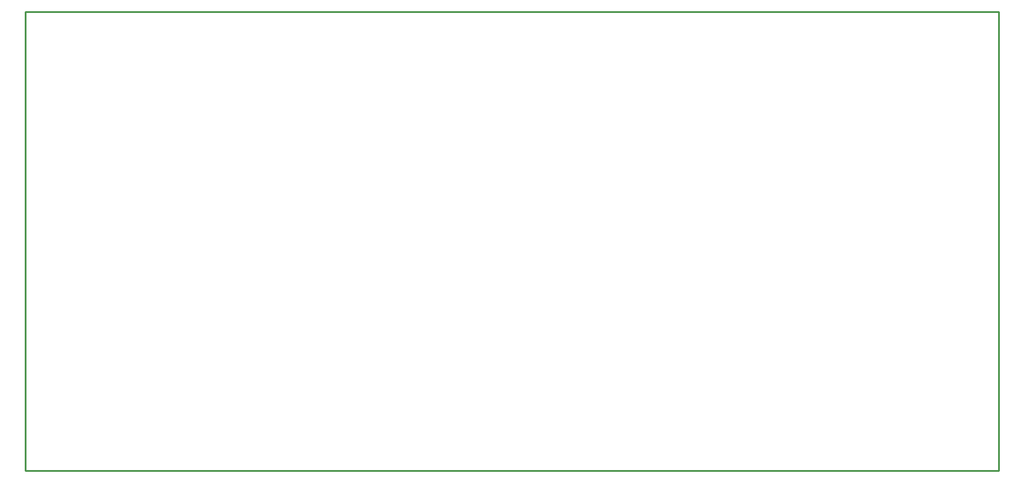
<source format=gko>
G04 Layer: BoardOutlineLayer*
G04 EasyEDA v6.5.40, 2025-03-18 22:52:05*
G04 b39658bcca46432a934d06cf3c5ad792,51c3989a86a440af9e0a32d2c4c87c08,10*
G04 Gerber Generator version 0.2*
G04 Scale: 100 percent, Rotated: No, Reflected: No *
G04 Dimensions in millimeters *
G04 leading zeros omitted , absolute positions ,4 integer and 5 decimal *
%FSLAX45Y45*%
%MOMM*%

%ADD10C,0.2540*%
D10*
X699998Y9699980D02*
G01*
X14699970Y9699980D01*
X14699970Y3099993D01*
X699998Y3099993D01*
X699998Y9699980D01*

%LPD*%
M02*

</source>
